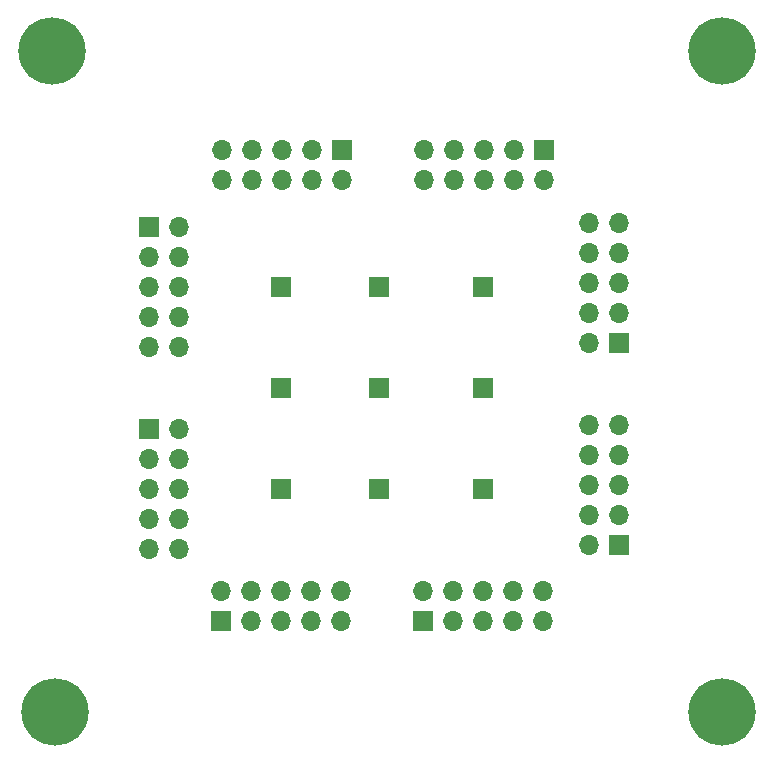
<source format=gbr>
%TF.GenerationSoftware,KiCad,Pcbnew,(6.0.9)*%
%TF.CreationDate,2022-12-16T13:04:42-05:00*%
%TF.ProjectId,Perris_Breakout,50657272-6973-45f4-9272-65616b6f7574,rev?*%
%TF.SameCoordinates,Original*%
%TF.FileFunction,Soldermask,Top*%
%TF.FilePolarity,Negative*%
%FSLAX46Y46*%
G04 Gerber Fmt 4.6, Leading zero omitted, Abs format (unit mm)*
G04 Created by KiCad (PCBNEW (6.0.9)) date 2022-12-16 13:04:42*
%MOMM*%
%LPD*%
G01*
G04 APERTURE LIST*
%ADD10R,1.700000X1.700000*%
%ADD11O,1.700000X1.700000*%
%ADD12C,5.700000*%
G04 APERTURE END LIST*
D10*
%TO.C,J7*%
X116636800Y-51485800D03*
D11*
X114096800Y-51485800D03*
X111556800Y-51485800D03*
X109016800Y-51485800D03*
X106476800Y-51485800D03*
X106476800Y-54025800D03*
X109016800Y-54025800D03*
X111556800Y-54025800D03*
X114096800Y-54025800D03*
X116636800Y-54025800D03*
%TD*%
D10*
%TO.C,J5*%
X140106400Y-67792600D03*
D11*
X140106400Y-65252600D03*
X140106400Y-62712600D03*
X140106400Y-60172600D03*
X140106400Y-57632600D03*
X137566400Y-57632600D03*
X137566400Y-60172600D03*
X137566400Y-62712600D03*
X137566400Y-65252600D03*
X137566400Y-67792600D03*
%TD*%
D10*
%TO.C,TP3*%
X119811800Y-80187800D03*
%TD*%
%TO.C,TP2*%
X119811800Y-71640700D03*
%TD*%
%TO.C,J8*%
X133741000Y-51485800D03*
D11*
X131201000Y-51485800D03*
X128661000Y-51485800D03*
X126121000Y-51485800D03*
X123581000Y-51485800D03*
X123581000Y-54025800D03*
X126121000Y-54025800D03*
X128661000Y-54025800D03*
X131201000Y-54025800D03*
X133741000Y-54025800D03*
%TD*%
D10*
%TO.C,J10*%
X128569800Y-63104000D03*
%TD*%
%TO.C,J14*%
X128569800Y-80208200D03*
%TD*%
%TO.C,J13*%
X111465600Y-80208200D03*
%TD*%
%TO.C,J3*%
X106390600Y-91389200D03*
D11*
X108930600Y-91389200D03*
X111470600Y-91389200D03*
X114010600Y-91389200D03*
X116550600Y-91389200D03*
X116550600Y-88849200D03*
X114010600Y-88849200D03*
X111470600Y-88849200D03*
X108930600Y-88849200D03*
X106390600Y-88849200D03*
%TD*%
D10*
%TO.C,J11*%
X111465600Y-71661100D03*
%TD*%
D12*
%TO.C,H2*%
X92354400Y-99085400D03*
%TD*%
%TO.C,H3*%
X92100400Y-43129200D03*
%TD*%
D10*
%TO.C,TP1*%
X119811800Y-63083600D03*
%TD*%
%TO.C,J6*%
X140106400Y-84896800D03*
D11*
X140106400Y-82356800D03*
X140106400Y-79816800D03*
X140106400Y-77276800D03*
X140106400Y-74736800D03*
X137566400Y-74736800D03*
X137566400Y-77276800D03*
X137566400Y-79816800D03*
X137566400Y-82356800D03*
X137566400Y-84896800D03*
%TD*%
D12*
%TO.C,H1*%
X148818600Y-43129200D03*
%TD*%
D10*
%TO.C,J12*%
X128569800Y-71661100D03*
%TD*%
%TO.C,J9*%
X111465600Y-63104000D03*
%TD*%
%TO.C,J1*%
X100330000Y-58029000D03*
D11*
X100330000Y-60569000D03*
X100330000Y-63109000D03*
X100330000Y-65649000D03*
X100330000Y-68189000D03*
X102870000Y-68189000D03*
X102870000Y-65649000D03*
X102870000Y-63109000D03*
X102870000Y-60569000D03*
X102870000Y-58029000D03*
%TD*%
D12*
%TO.C,H4*%
X148818600Y-99085400D03*
%TD*%
D10*
%TO.C,J2*%
X100330000Y-75133200D03*
D11*
X100330000Y-77673200D03*
X100330000Y-80213200D03*
X100330000Y-82753200D03*
X100330000Y-85293200D03*
X102870000Y-85293200D03*
X102870000Y-82753200D03*
X102870000Y-80213200D03*
X102870000Y-77673200D03*
X102870000Y-75133200D03*
%TD*%
D10*
%TO.C,J4*%
X123494800Y-91389200D03*
D11*
X126034800Y-91389200D03*
X128574800Y-91389200D03*
X131114800Y-91389200D03*
X133654800Y-91389200D03*
X133654800Y-88849200D03*
X131114800Y-88849200D03*
X128574800Y-88849200D03*
X126034800Y-88849200D03*
X123494800Y-88849200D03*
%TD*%
M02*

</source>
